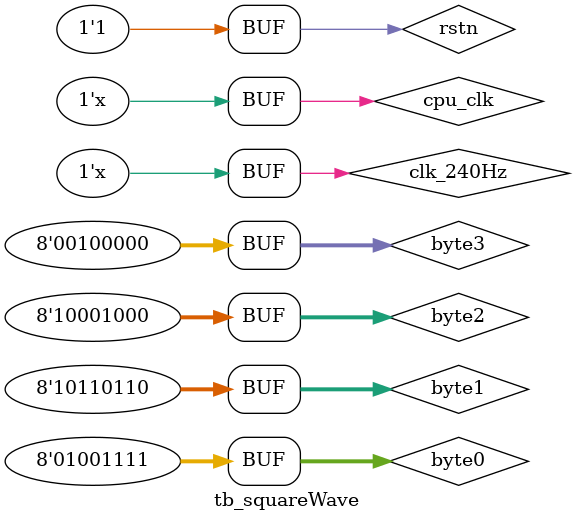
<source format=v>
`timescale 1ps/1ps

module tb_squareWave();

  reg           cpu_clk     ;
  reg           clk_240Hz   ;
  reg           rstn        ; 

  reg           enableIntr  ;//是否允许中断？
  reg           stepSel     ;//0：4步模式 1：5步模式

  reg [8-1:0]   byte0       ;
  reg [8-1:0]   byte1       ;
  reg [8-1:0]   byte2       ;
  reg [8-1:0]   byte3       ;

  wire          outVolume   ;//输出的音量值

squareWave u_squareWave (
    .cpu_clk   (cpu_clk   ),
    .clk_240Hz (clk_240Hz ),
    .rstn      (rstn      ),
    .enableIntr(0         ),
    .stepSel   (0         ),
    .byte0     (byte0     ),//01 0 0 1111
    .byte1     (byte1     ),//0_011           1_000_0_110
    .byte2     (byte2     ),//1000_1000
    .byte3     (byte3     ),//00100_000
    .outVolume (outVolume ) 
);

initial begin
    cpu_clk=0;
    clk_240Hz=0;
    rstn=0;
    byte0=8'b01001111;
    // byte1=8'b0; 
    byte1=8'b1011_0110;
    byte2=8'b1000_1000;
    byte3=8'b0010_0000;
    #100
    rstn=1;
end
always #1  cpu_clk=~cpu_clk;
always #100 clk_240Hz=~clk_240Hz;
endmodule
</source>
